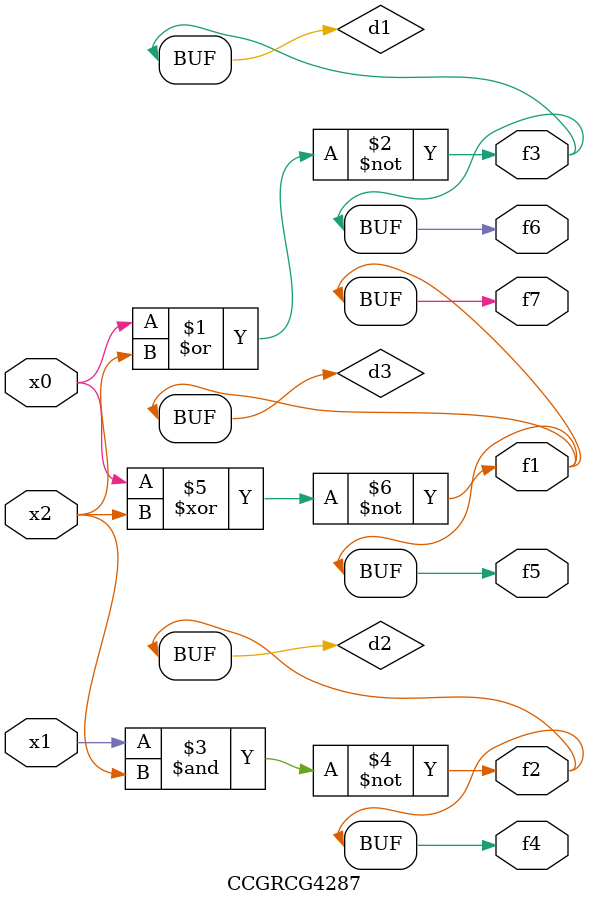
<source format=v>
module CCGRCG4287(
	input x0, x1, x2,
	output f1, f2, f3, f4, f5, f6, f7
);

	wire d1, d2, d3;

	nor (d1, x0, x2);
	nand (d2, x1, x2);
	xnor (d3, x0, x2);
	assign f1 = d3;
	assign f2 = d2;
	assign f3 = d1;
	assign f4 = d2;
	assign f5 = d3;
	assign f6 = d1;
	assign f7 = d3;
endmodule

</source>
